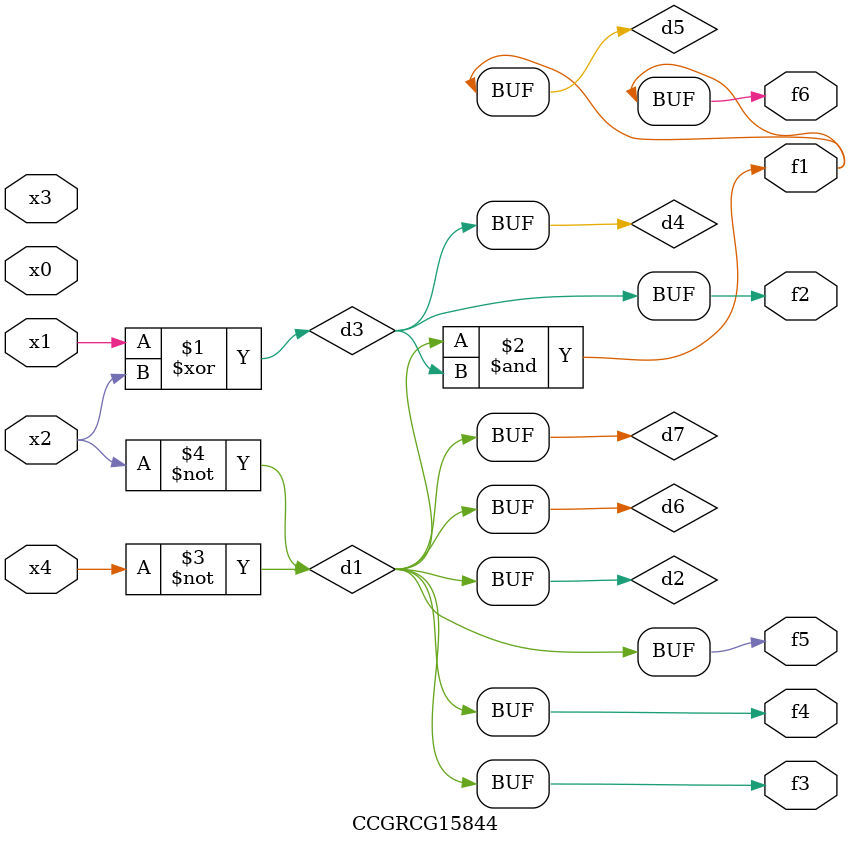
<source format=v>
module CCGRCG15844(
	input x0, x1, x2, x3, x4,
	output f1, f2, f3, f4, f5, f6
);

	wire d1, d2, d3, d4, d5, d6, d7;

	not (d1, x4);
	not (d2, x2);
	xor (d3, x1, x2);
	buf (d4, d3);
	and (d5, d1, d3);
	buf (d6, d1, d2);
	buf (d7, d2);
	assign f1 = d5;
	assign f2 = d4;
	assign f3 = d7;
	assign f4 = d7;
	assign f5 = d7;
	assign f6 = d5;
endmodule

</source>
